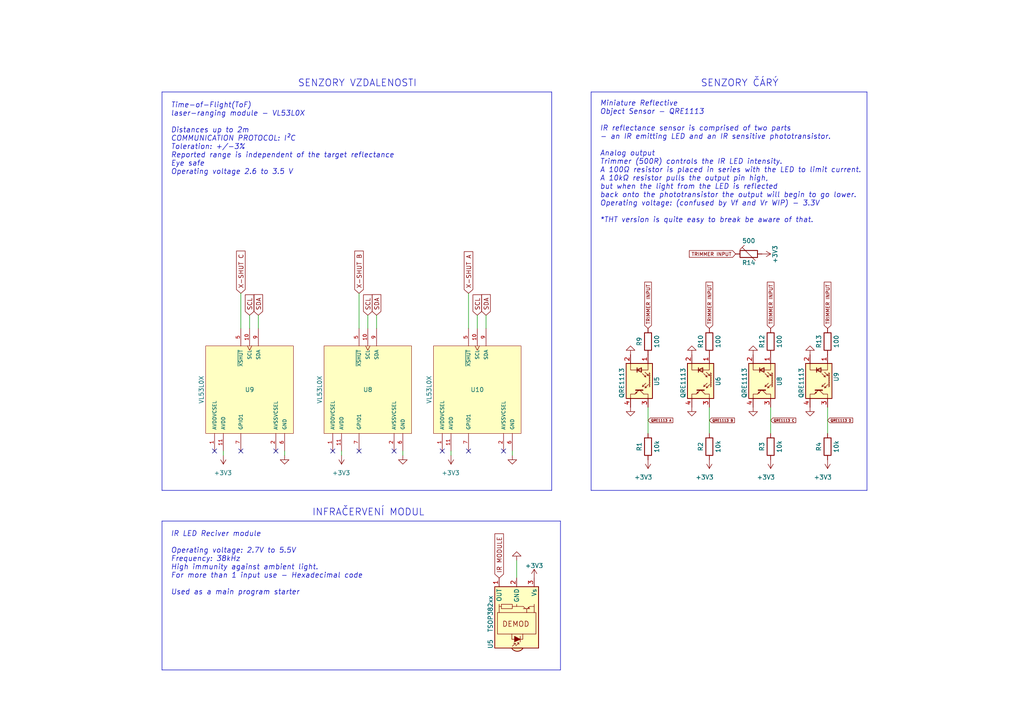
<source format=kicad_sch>
(kicad_sch (version 20230121) (generator eeschema)
  (paper "A4")
  (lib_symbols
    (symbol "+3V3_1" (power) (pin_names (offset 0))
      (property "Value" "+3V3_1" (at 0 3.556 0))
      (symbol "+3V3_1_0_1"
        (polyline (pts (xy -0.762 1.27) (xy 0 2.54)))
        (polyline (pts (xy 0 0) (xy 0 2.54)))
        (polyline (pts (xy 0 2.54) (xy 0.762 1.27)))
      )
      (symbol "+3V3_1_1_1"
        (pin power_in line (at 0 0 90) (length 0) hide (name "+3V3") (number "1"))
      )
    )
    (symbol "Device:R" (pin_numbers hide) (pin_names (offset 0))
      (property "Reference" "R" (at 2.032 0 90))
      (property "Value" "R" (at 0 0 90))
      (symbol "R_0_1"
        (rectangle (start -1.016 -2.54) (end 1.016 2.54) (stroke (width 0.254)))
      )
      (symbol "R_1_1"
        (pin passive line (at 0 3.81 270) (length 1.27) (name "~") (number "1"))
        (pin passive line (at 0 -3.81 90) (length 1.27) (name "~") (number "2"))
      )
    )
    (symbol "Device:R_Trim" (pin_numbers hide) (pin_names (offset 0))
      (property "Reference" "R" (at 2.54 -2.54 90))
      (property "Value" "R_Trim" (at -2.54 -0.635 90))
      (symbol "R_Trim_0_1"
        (rectangle (start -1.016 -2.54) (end 1.016 2.54) (stroke (width 0.254)))
        (polyline (pts (xy -1.905 -1.905) (xy 1.905 1.905) (xy 2.54 1.27) (xy 1.27 2.54)))
      )
      (symbol "R_Trim_1_1"
        (pin passive line (at 0 3.81 270) (length 1.27) (name "~") (number "1"))
        (pin passive line (at 0 -3.81 90) (length 1.27) (name "~") (number "2"))
      )
    )
    (symbol "GND_1" (power) (pin_names (offset 0))
      (property "Value" "GND_1" (at 0 -3.81 0))
      (symbol "GND_1_0_1"
        (polyline (pts (xy 0 0) (xy 0 -1.27) (xy 1.27 -1.27) (xy 0 -2.54) (xy -1.27 -1.27) (xy 0 -1.27)))
      )
      (symbol "GND_1_1_1"
        (pin power_in line (at 0 0 270) (length 0) hide (name "GND") (number "1"))
      )
    )
    (symbol "Interface_Optical:TSOP382xx"
      (property "Reference" "U5" (at -7.62 7.62 0))
      (property "Value" "TSOP382xx" (at 5.08 7.62 0))
      (symbol "TSOP382xx_0_0"
        (arc (start -10.287 1.397) (mid -11.0899 -0.1852) (end -10.287 -1.778) (stroke (width 0.254)) (fill (type background)))
        (polyline (pts (xy 1.905 -5.08) (xy 0.127 -5.08)))
        (polyline (pts (xy 1.905 5.08) (xy 0.127 5.08)))
        (text "DEMOD" (at -3.175 0.254 900) (effects (font (size 1.524 1.524))))
      )
      (symbol "TSOP382xx_0_1"
        (rectangle (start -6.096 5.588) (end 0.127 -5.588))
        (polyline (pts (xy -8.763 0.381) (xy -9.652 1.27)))
        (polyline (pts (xy -8.763 0.381) (xy -9.271 0.381)))
        (polyline (pts (xy -8.763 0.381) (xy -8.763 0.889)))
        (polyline (pts (xy -8.636 -0.635) (xy -9.525 0.254)))
        (polyline (pts (xy -8.636 -0.635) (xy -9.144 -0.635)))
        (polyline (pts (xy -8.636 -0.635) (xy -8.636 -0.127)))
        (polyline (pts (xy -8.382 -1.016) (xy -6.731 -1.016)))
        (polyline (pts (xy 1.27 -2.921) (xy 0.127 -2.921)))
        (polyline (pts (xy 1.27 -1.905) (xy 1.27 -3.81)))
        (polyline (pts (xy 1.397 -3.556) (xy 1.524 -3.556)))
        (polyline (pts (xy 1.651 -3.556) (xy 1.524 -3.556)))
        (polyline (pts (xy 1.651 -3.556) (xy 1.651 -3.302)))
        (polyline (pts (xy 1.905 0) (xy 1.905 1.27)))
        (polyline (pts (xy 1.905 4.445) (xy 1.905 5.08) (xy 2.54 5.08)))
        (polyline (pts (xy -8.382 0.635) (xy -6.731 0.635) (xy -7.62 -1.016) (xy -8.382 0.635)) (fill (type outline)))
        (polyline (pts (xy -6.096 1.397) (xy -7.62 1.397) (xy -7.62 -1.778) (xy -6.096 -1.778)))
        (polyline (pts (xy 1.27 -3.175) (xy 1.905 -3.81) (xy 1.905 -5.08) (xy 2.54 -5.08)))
        (polyline (pts (xy 1.27 -2.54) (xy 1.905 -1.905) (xy 1.905 0) (xy 2.54 0)))
        (rectangle (start 2.54 1.27) (end 1.27 4.445))
        (rectangle (start 7.62 6.35) (end -10.16 -6.35) (stroke (width 0.254)) (fill (type background)))
      )
      (symbol "TSOP382xx_1_1"
        (pin output line (at 10.16 5.08 180) (length 2.54) (name "OUT") (number "1"))
        (pin power_in line (at 10.16 0 180) (length 2.54) (name "GND") (number "2"))
        (pin power_in line (at 10.16 -5.08 180) (length 2.54) (name "Vs") (number "3"))
      )
    )
    (symbol "Sensor_Proximity:QRE1113" (pin_names (offset 0.0254) hide)
      (property "Reference" "U" (at -3.81 5.08 0))
      (property "Value" "QRE1113" (at 8.89 5.08 0))
      (symbol "QRE1113_0_1"
        (polyline (pts (xy -3.81 -0.635) (xy -2.54 -0.635)) (stroke (width 0.254)))
        (polyline (pts (xy -2.286 2.921) (xy -2.032 3.175)))
        (polyline (pts (xy -1.778 2.921) (xy -1.524 3.175)))
        (polyline (pts (xy -1.524 2.667) (xy -1.651 2.159)))
        (polyline (pts (xy -1.27 2.921) (xy -1.016 3.175)))
        (polyline (pts (xy -1.143 1.905) (xy -1.27 1.397)))
        (polyline (pts (xy -0.762 2.921) (xy -0.508 3.175)))
        (polyline (pts (xy -0.254 2.921) (xy 0 3.175)))
        (polyline (pts (xy 0.254 2.921) (xy 0.508 3.175)))
        (polyline (pts (xy 0.762 2.921) (xy 1.016 3.175)))
        (polyline (pts (xy 1.27 2.921) (xy 1.524 3.175)))
        (polyline (pts (xy 1.651 0.889) (xy 1.143 1.016)))
        (polyline (pts (xy 1.778 2.921) (xy -2.413 2.921)))
        (polyline (pts (xy 2.032 1.651) (xy 1.524 1.778)))
        (polyline (pts (xy 2.667 -0.127) (xy 3.81 -1.27)))
        (polyline (pts (xy 2.667 0.127) (xy 3.81 1.27)))
        (polyline (pts (xy -2.54 1.651) (xy -1.524 2.667) (xy -2.032 2.54)))
        (polyline (pts (xy -2.159 0.889) (xy -1.143 1.905) (xy -1.651 1.778)))
        (polyline (pts (xy 0.635 1.905) (xy 1.651 0.889) (xy 1.524 1.397)))
        (polyline (pts (xy 1.016 2.667) (xy 2.032 1.651) (xy 1.905 2.159)))
        (polyline (pts (xy 2.667 1.016) (xy 2.667 -1.016) (xy 2.667 -1.016)) (stroke (width 0.3556)))
        (polyline (pts (xy 3.81 -1.27) (xy 3.81 -2.54) (xy 5.08 -2.54)))
        (polyline (pts (xy 3.81 1.27) (xy 3.81 2.54) (xy 5.08 2.54)))
        (polyline (pts (xy -5.08 -2.54) (xy -3.175 -2.54) (xy -3.175 2.54) (xy -5.08 2.54)))
        (polyline (pts (xy -3.175 -0.635) (xy -3.81 0.635) (xy -2.54 0.635) (xy -3.175 -0.635)) (stroke (width 0.254)))
        (polyline (pts (xy 3.683 -1.143) (xy 3.429 -0.635) (xy 3.175 -0.889) (xy 3.683 -1.143)))
        (polyline (pts (xy -5.08 -3.81) (xy 5.08 -3.81) (xy 5.08 3.81) (xy -5.08 3.81) (xy -5.08 -3.81)) (stroke (width 0.254)) (fill (type background)))
      )
      (symbol "QRE1113_1_1"
        (pin passive line (at -7.62 2.54 0) (length 2.54) (name "A") (number "1"))
        (pin passive line (at -7.62 -2.54 0) (length 2.54) (name "K") (number "2"))
        (pin open_collector line (at 7.62 2.54 180) (length 2.54) (name "~") (number "3"))
        (pin open_emitter line (at 7.62 -2.54 180) (length 2.54) (name "~") (number "4"))
      )
    )
    (symbol "VL53L0X_1" (pin_names (offset 1.016))
      (property "Reference" "U10" (at 13.97 0 0))
      (property "Value" "VL53L0X" (at 16.51 0 0))
      (symbol "VL53L0X_1_0_0"
        (rectangle (start -12.7 12.7) (end 12.7 -12.7) (stroke (width 0.127)) (fill (type background)))
        (pin power_in line (at 17.78 10.16 180) (length 5.08) (name "AVDDVCSEL") (number "1"))
        (pin input clock (at -17.78 0 0) (length 5.08) (name "SCL") (number "10"))
        (pin power_in line (at 17.78 7.62 180) (length 5.08) (name "AVDD") (number "11"))
        (pin power_in line (at 17.78 -7.62 180) (length 5.08) (name "AVSSVCSEL") (number "2"))
        (pin input line (at -17.78 2.54 0) (length 5.08) (name "~{XSHUT}") (number "5"))
        (pin power_in line (at 17.78 -10.16 180) (length 5.08) (name "GND") (number "6"))
        (pin output line (at 17.78 2.54 180) (length 5.08) (name "GPIO1") (number "7"))
        (pin bidirectional line (at -17.78 -2.54 0) (length 5.08) (name "SDA") (number "9"))
      )
    )
    (symbol "power:+3V3" (power) (pin_names (offset 0))
      (property "Value" "+3V3" (at 0 3.556 0))
      (symbol "+3V3_0_1"
        (polyline (pts (xy -0.762 1.27) (xy 0 2.54)))
        (polyline (pts (xy 0 0) (xy 0 2.54)))
        (polyline (pts (xy 0 2.54) (xy 0.762 1.27)))
      )
      (symbol "+3V3_1_1"
        (pin power_in line (at 0 0 90) (length 0) hide (name "+3V3") (number "1"))
      )
    )
    (symbol "power:GND" (power) (pin_names (offset 0))
      (property "Value" "GND" (at 0 -3.81 0))
      (symbol "GND_0_1"
        (polyline (pts (xy 0 0) (xy 0 -1.27) (xy 1.27 -1.27) (xy 0 -2.54) (xy -1.27 -1.27) (xy 0 -1.27)))
      )
      (symbol "GND_1_1"
        (pin power_in line (at 0 0 270) (length 0) hide (name "GND") (number "1"))
      )
    )
  )
  (no_connect (at 62.23 130.81))
  (no_connect (at 128.27 130.81))
  (no_connect (at 114.3 130.81))
  (no_connect (at 80.01 130.81))
  (no_connect (at 135.89 130.81))
  (no_connect (at 146.05 130.81))
  (no_connect (at 96.52 130.81))
  (no_connect (at 69.85 130.81))
  (no_connect (at 104.14 130.81))
  (wire (pts (xy 187.96 118.11) (xy 187.96 125.73)))
  (wire (pts (xy 104.14 85.09) (xy 104.14 95.25)))
  (polyline (pts (xy 162.56 194.31) (xy 46.99 194.31)))
  (wire (pts (xy 106.68 91.44) (xy 106.68 95.25)))
  (polyline (pts (xy 46.99 26.67) (xy 160.02 26.67)))
  (polyline (pts (xy 251.46 26.67) (xy 251.46 142.24)))
  (wire (pts (xy 99.06 130.81) (xy 99.06 132.08)))
  (polyline (pts (xy 160.02 26.67) (xy 160.02 142.24)))
  (wire (pts (xy 69.85 85.09) (xy 69.85 95.25)))
  (wire (pts (xy 116.84 130.81) (xy 116.84 132.08)))
  (wire (pts (xy 109.22 91.44) (xy 109.22 95.25)))
  (wire (pts (xy 138.43 91.44) (xy 138.43 95.25)))
  (wire (pts (xy 72.39 91.44) (xy 72.39 95.25)))
  (polyline (pts (xy 162.56 194.31) (xy 162.56 151.13)))
  (polyline (pts (xy 46.99 151.13) (xy 162.56 151.13)))
  (wire (pts (xy 223.52 118.11) (xy 223.52 125.73)))
  (polyline (pts (xy 171.45 26.67) (xy 251.46 26.67)))
  (wire (pts (xy 240.03 118.11) (xy 240.03 125.73)))
  (wire (pts (xy 205.74 118.11) (xy 205.74 125.73)))
  (wire (pts (xy 148.59 130.81) (xy 148.59 132.08)))
  (wire (pts (xy 64.77 130.81) (xy 64.77 132.08)))
  (wire (pts (xy 135.89 85.09) (xy 135.89 95.25)))
  (polyline (pts (xy 171.45 142.24) (xy 251.46 142.24)))
  (polyline (pts (xy 46.99 142.24) (xy 46.99 26.67)))
  (wire (pts (xy 74.93 91.44) (xy 74.93 95.25)))
  (polyline (pts (xy 171.45 26.67) (xy 171.45 142.24)))
  (wire (pts (xy 149.86 167.64) (xy 149.86 162.56)))
  (polyline (pts (xy 46.99 194.31) (xy 46.99 151.13)))
  (wire (pts (xy 130.81 130.81) (xy 130.81 132.08)))
  (polyline (pts (xy 46.99 142.24) (xy 160.02 142.24)))
  (wire (pts (xy 140.97 91.44) (xy 140.97 95.25)))
  (wire (pts (xy 82.55 130.81) (xy 82.55 132.08)))
  (text "INFRAČERVENÍ MODUL" (at 123.19 149.86 0) (effects (font (size 2 2)) (justify right bottom)))
  (text "Time-of-Flight(ToF)\nlaser-ranging module - VL53L0X \n\nDistances up to 2m\nCOMMUNICATION PROTOCOL: I²C \nToleration: +/-3%\nReported range is independent of the target reflectance\nEye safe\nOperating voltage 2.6 to 3.5 V" (at 49.53 50.8 0) (effects (font (size 1.5 1.5) italic) (justify left bottom)))
  (text "IR LED Reciver module\n\nOperating voltage: 2.7V to 5.5V\nFrequency: 38kHz \nHigh immunity against ambient light. \nFor more than 1 input use - Hexadecimal code\n\nUsed as a main program starter\n" (at 49.53 172.72 0) (effects (font (size 1.5 1.5) italic) (justify left bottom)))
  (text "SENZORY VZDALENOSTI" (at 86.36 25.4 0) (effects (font (size 2 2)) (justify left bottom)))
  (text "Miniature Reflective\nObject Sensor - QRE1113\n\nIR reflectance sensor is comprised of two parts \n- an IR emitting LED and an IR sensitive phototransistor.\n\nAnalog output\nTrimmer (500R) controls the IR LED intensity.\nA 100Ω resistor is placed in series with the LED to limit current.\nA 10kΩ resistor pulls the output pin high, \nbut when the light from the LED is reflected \nback onto the phototransistor the output will begin to go lower.\nOperating voltage: (confused by Vf and Vr WIP) - 3.3V\n\n*THT version is quite easy to break be aware of that." (at 173.99 64.77 0) (effects (font (size 1.5 1.5) italic) (justify left bottom)))
  (text "SENZORY ČÁRÝ\n" (at 203.2 25.4 0) (effects (font (size 2 2)) (justify left bottom)))
  (global_label "SCL" (shape input) (at 138.43 91.44 90) (property "Intersheetrefs" "${INTERSHEET_REFS}" (effects hide)))
  (global_label "X-SHUT A" (shape input) (at 135.89 85.09 90) (property "Intersheetrefs" "${INTERSHEET_REFS}" (effects hide)))
  (global_label "TRIMMER INPUT" (shape input) (at 187.96 95.25 90) (effects (font (size 1 1))) (property "Intersheetrefs" "${INTERSHEET_REFS}" (effects hide)))
  (global_label "QRE1113 B" (shape input) (at 205.74 121.92 0) (effects (font (size 0.7 0.7))) (property "Intersheetrefs" "${INTERSHEET_REFS}" (effects hide)))
  (global_label "IR MODULE" (shape input) (at 144.78 167.64 90) (property "Intersheetrefs" "${INTERSHEET_REFS}" (effects hide)))
  (global_label "SCL" (shape input) (at 72.39 91.44 90) (property "Intersheetrefs" "${INTERSHEET_REFS}" (effects hide)))
  (global_label "TRIMMER INPUT" (shape input) (at 240.03 95.25 90) (effects (font (size 1 1))) (property "Intersheetrefs" "${INTERSHEET_REFS}" (effects hide)))
  (global_label "QRE1113 D" (shape input) (at 240.03 121.92 0) (effects (font (size 0.7 0.7))) (property "Intersheetrefs" "${INTERSHEET_REFS}" (effects hide)))
  (global_label "SCL" (shape input) (at 106.68 91.44 90) (property "Intersheetrefs" "${INTERSHEET_REFS}" (effects hide)))
  (global_label "SDA" (shape input) (at 109.22 91.44 90) (property "Intersheetrefs" "${INTERSHEET_REFS}" (effects hide)))
  (global_label "X-SHUT B" (shape input) (at 104.14 85.09 90) (property "Intersheetrefs" "${INTERSHEET_REFS}" (effects hide)))
  (global_label "TRIMMER INPUT" (shape input) (at 213.36 73.66 180) (effects (font (size 1 1))) (property "Intersheetrefs" "${INTERSHEET_REFS}" (effects hide)))
  (global_label "TRIMMER INPUT" (shape input) (at 223.52 95.25 90) (effects (font (size 1 1))) (property "Intersheetrefs" "${INTERSHEET_REFS}" (effects hide)))
  (global_label "QRE1113 A" (shape input) (at 187.96 121.92 0) (effects (font (size 0.7 0.7))) (property "Intersheetrefs" "${INTERSHEET_REFS}" (effects hide)))
  (global_label "TRIMMER INPUT" (shape input) (at 205.74 95.25 90) (effects (font (size 1 1))) (property "Intersheetrefs" "${INTERSHEET_REFS}" (effects hide)))
  (global_label "X-SHUT C" (shape input) (at 69.85 85.09 90) (property "Intersheetrefs" "${INTERSHEET_REFS}" (effects hide)))
  (global_label "SDA" (shape input) (at 74.93 91.44 90) (property "Intersheetrefs" "${INTERSHEET_REFS}" (effects hide)))
  (global_label "QRE1113 C" (shape input) (at 223.52 121.92 0) (effects (font (size 0.7 0.7))) (property "Intersheetrefs" "${INTERSHEET_REFS}" (effects hide)))
  (global_label "SDA" (shape input) (at 140.97 91.44 90) (property "Intersheetrefs" "${INTERSHEET_REFS}" (effects hide)))
  (symbol (lib_id "power:+3V3") (at 99.06 132.08 180) (unit 1)
    (property "Reference" "#PWR0143" (effects hide))
    (property "Value" "+3V3" (at 101.6 137.16 0) (effects (justify left)))
    (instances (project "sumec" (path "" (reference "#PWR0143") (unit 1)) (path "" (reference "#PWR03") (unit 1))))
  )
  (symbol (lib_id "Device:R") (at 187.96 99.06 180) (unit 1)
    (property "Reference" "R9" (at 185.42 99.06 90))
    (property "Value" "100" (at 190.5 99.06 90))
    (property "Footprint" "Resistor_THT:R_Axial_DIN0207_L6.3mm_D2.5mm_P10.16mm_Horizontal" (effects hide))
    (instances (project "sumec" (path "" (reference "R9") (unit 1)) (path "" (reference "R1") (unit 1))))
  )
  (symbol (lib_name "GND_1") (lib_id "power:GND") (at 200.66 118.11 0) (unit 1)
    (property "Reference" "#PWR019" (effects hide))
    (property "Value" "GND" (effects hide))
    (instances (project "sumec" (path "" (reference "#PWR014") (unit 1))))
  )
  (symbol (lib_id "power:+3V3") (at 205.74 133.35 180) (unit 1)
    (property "Reference" "#PWR014" (effects hide))
    (property "Value" "+3V3" (at 207.01 138.43 0) (effects (justify left)))
    (instances (project "sumec" (path "" (reference "#PWR014") (unit 1)) (path "" (reference "#PWR018") (unit 1))))
  )
  (symbol (lib_id "Device:R") (at 240.03 129.54 180) (unit 1)
    (property "Reference" "R4" (at 237.49 129.54 90))
    (property "Value" "10k" (at 242.57 129.54 90))
    (property "Footprint" "Resistor_THT:R_Axial_DIN0207_L6.3mm_D2.5mm_P10.16mm_Horizontal" (effects hide))
    (instances (project "sumec" (path "" (reference "R4") (unit 1)) (path "" (reference "R9") (unit 1))))
  )
  (symbol (lib_name "VL53L0X_1") (lib_id "VL53L0X:VL53L0X") (at 106.68 113.03 90) (mirror x) (unit 1)
    (property "Reference" "U8" (at 106.68 113.03 90))
    (property "Value" "VL53L0X" (at 92.71 113.03 0))
    (property "Footprint" "SENSOR_VL53L0X" (effects hide))
    (property "PART_REV" "1.0" (effects hide))
    (property "STANDARD" "Manufacturer Recommendation" (effects hide))
    (property "MANUFACTURER" "ST Microelectronics" (effects hide))
    (instances (project "sumec" (path "" (reference "U8") (unit 1)) (path "" (reference "U2") (unit 1))))
  )
  (symbol (lib_id "Sensor_Proximity:QRE1113") (at 203.2 110.49 270) (unit 1)
    (property "Reference" "U6" (at 208.28 109.22 0) (effects (justify left)))
    (property "Value" "QRE1113" (at 198.12 106.68 0) (effects (justify left)))
    (property "Footprint" "OptoDevice:OnSemi_CASE100AQ" (effects hide))
    (property "Datasheet" "http://www.onsemi.com/pub/Collateral/QRE1113-D.PDF" (effects hide))
  )
  (symbol (lib_id "Device:R") (at 240.03 99.06 180) (unit 1)
    (property "Reference" "R13" (at 237.49 99.06 90))
    (property "Value" "100" (at 242.57 99.06 90))
    (property "Footprint" "Resistor_THT:R_Axial_DIN0207_L6.3mm_D2.5mm_P10.16mm_Horizontal" (effects hide))
    (instances (project "sumec" (path "" (reference "R13") (unit 1)) (path "" (reference "R8") (unit 1))))
  )
  (symbol (lib_id "Interface_Optical:TSOP382xx") (at 149.86 177.8 90) (unit 1)
    (property "Reference" "U5" (at 142.24 185.42 0) (effects (justify right)))
    (property "Value" "TSOP382xx" (at 142.24 172.72 0) (effects (justify right)))
    (property "Footprint" "OptoDevice:Vishay_MINICAST-3Pin" (effects hide))
    (property "Datasheet" "http://www.vishay.com/docs/82491/tsop382.pdf" (effects hide))
    (instances (project "sumec" (path "" (reference "U5") (unit 1)) (path "" (reference "U4") (unit 1))))
  )
  (symbol (lib_id "Device:R") (at 187.96 129.54 180) (unit 1)
    (property "Reference" "R1" (at 185.42 129.54 90))
    (property "Value" "10k" (at 190.5 129.54 90))
    (property "Footprint" "Resistor_THT:R_Axial_DIN0207_L6.3mm_D2.5mm_P10.16mm_Horizontal" (effects hide))
    (instances (project "sumec" (path "" (reference "R1") (unit 1)) (path "" (reference "R2") (unit 1))))
  )
  (symbol (lib_name "GND_1") (lib_id "power:GND") (at 182.88 102.87 180) (unit 1)
    (property "Reference" "#PWR08" (effects hide))
    (property "Value" "GND" (effects hide))
    (instances (project "sumec" (path "" (reference "#PWR09") (unit 1))))
  )
  (symbol (lib_id "Sensor_Proximity:QRE1113") (at 237.49 110.49 270) (unit 1)
    (property "Reference" "U10" (at 242.57 107.95 0) (effects (justify left)))
    (property "Value" "QRE1113" (at 232.41 106.68 0) (effects (justify left)))
    (property "Footprint" "OptoDevice:OnSemi_CASE100AQ" (effects hide))
    (property "Datasheet" "http://www.onsemi.com/pub/Collateral/QRE1113-D.PDF" (effects hide))
    (instances (project "sumec" (path "" (reference "U9") (unit 1))))
  )
  (symbol (lib_name "GND_1") (lib_id "power:GND") (at 200.66 102.87 180) (unit 1)
    (property "Reference" "#PWR011" (effects hide))
    (property "Value" "GND" (effects hide))
    (instances (project "sumec" (path "" (reference "#PWR013") (unit 1))))
  )
  (symbol (lib_name "GND_1") (lib_id "power:GND") (at 182.88 118.11 0) (unit 1)
    (property "Reference" "#PWR07" (effects hide))
    (property "Value" "GND" (effects hide))
    (instances (project "sumec" (path "" (reference "#PWR011") (unit 1))))
  )
  (symbol (lib_id "power:+3V3") (at 64.77 132.08 180) (unit 1)
    (property "Reference" "#PWR0143" (effects hide))
    (property "Value" "+3V3" (at 67.31 137.16 0) (effects (justify left)))
    (instances (project "sumec" (path "" (reference "#PWR0143") (unit 1)) (path "" (reference "#PWR01") (unit 1))))
  )
  (symbol (lib_name "GND_1") (lib_id "power:GND") (at 234.95 102.87 180) (unit 1)
    (property "Reference" "#PWR018" (effects hide))
    (property "Value" "GND" (effects hide))
    (instances (project "sumec" (path "" (reference "#PWR023") (unit 1))))
  )
  (symbol (lib_id "Device:R") (at 205.74 99.06 180) (unit 1)
    (property "Reference" "R10" (at 203.2 99.06 90))
    (property "Value" "100" (at 208.28 99.06 90))
    (property "Footprint" "Resistor_THT:R_Axial_DIN0207_L6.3mm_D2.5mm_P10.16mm_Horizontal" (effects hide))
    (instances (project "sumec" (path "" (reference "R10") (unit 1)) (path "" (reference "R3") (unit 1))))
  )
  (symbol (lib_id "power:GND") (at 149.86 162.56 180) (unit 1)
    (property "Reference" "#PWR0132" (effects hide))
    (property "Value" "GND" (effects hide))
    (instances (project "sumec" (path "" (reference "#PWR0132") (unit 1)) (path "" (reference "#PWR07") (unit 1))))
  )
  (symbol (lib_id "Sensor_Proximity:QRE1113") (at 185.42 110.49 270) (unit 1)
    (property "Reference" "U8" (at 190.5 109.22 0) (effects (justify left)))
    (property "Value" "QRE1113" (at 180.34 106.68 0) (effects (justify left)))
    (property "Footprint" "OptoDevice:OnSemi_CASE100AQ" (effects hide))
    (property "Datasheet" "http://www.onsemi.com/pub/Collateral/QRE1113-D.PDF" (effects hide))
    (instances (project "sumec" (path "" (reference "U5") (unit 1))))
  )
  (symbol (lib_id "Sensor_Proximity:QRE1113") (at 220.98 110.49 270) (unit 1)
    (property "Reference" "U9" (at 226.06 109.22 0) (effects (justify left)))
    (property "Value" "QRE1113" (at 215.9 106.68 0) (effects (justify left)))
    (property "Footprint" "OptoDevice:OnSemi_CASE100AQ" (effects hide))
    (property "Datasheet" "http://www.onsemi.com/pub/Collateral/QRE1113-D.PDF" (effects hide))
    (instances (project "sumec" (path "" (reference "U8") (unit 1))))
  )
  (symbol (lib_id "power:GND") (at 116.84 132.08 0) (unit 1)
    (property "Reference" "#PWR0116" (effects hide))
    (property "Value" "GND" (effects hide))
    (instances (project "sumec" (path "" (reference "#PWR0116") (unit 1)) (path "" (reference "#PWR04") (unit 1))))
  )
  (symbol (lib_name "+3V3_1") (lib_id "power:+3V3") (at 154.94 167.64 0) (unit 1)
    (property "Reference" "#PWR0120" (effects hide))
    (property "Value" "+3V3" (at 154.94 164.084 0))
    (instances (project "sumec" (path "" (reference "#PWR0120") (unit 1)) (path "" (reference "#PWR08") (unit 1))))
  )
  (symbol (lib_id "power:+3V3") (at 223.52 133.35 180) (unit 1)
    (property "Reference" "#PWR014" (effects hide))
    (property "Value" "+3V3" (at 224.79 138.43 0) (effects (justify left)))
    (instances (project "sumec" (path "" (reference "#PWR014") (unit 1)) (path "" (reference "#PWR022") (unit 1))))
  )
  (symbol (lib_id "power:+3V3") (at 130.81 132.08 180) (unit 1)
    (property "Reference" "#PWR0143" (effects hide))
    (property "Value" "+3V3" (at 133.35 137.16 0) (effects (justify left)))
    (instances (project "sumec" (path "" (reference "#PWR0143") (unit 1)) (path "" (reference "#PWR05") (unit 1))))
  )
  (symbol (lib_name "VL53L0X_1") (lib_id "VL53L0X:VL53L0X") (at 72.39 113.03 90) (mirror x) (unit 1)
    (property "Reference" "U9" (at 72.39 113.03 90))
    (property "Value" "VL53L0X" (at 58.42 113.03 0))
    (property "Footprint" "SENSOR_VL53L0X" (effects hide))
    (property "PART_REV" "1.0" (effects hide))
    (property "STANDARD" "Manufacturer Recommendation" (effects hide))
    (property "MANUFACTURER" "ST Microelectronics" (effects hide))
    (instances (project "sumec" (path "" (reference "U9") (unit 1)) (path "" (reference "U1") (unit 1))))
  )
  (symbol (lib_name "GND_1") (lib_id "power:GND") (at 218.44 102.87 180) (unit 1)
    (property "Reference" "#PWR014" (effects hide))
    (property "Value" "GND" (effects hide))
    (instances (project "sumec" (path "" (reference "#PWR019") (unit 1))))
  )
  (symbol (lib_id "power:+3V3") (at 187.96 133.35 180) (unit 1)
    (property "Reference" "#PWR014" (effects hide))
    (property "Value" "+3V3" (at 189.23 138.43 0) (effects (justify left)))
    (instances (project "sumec" (path "" (reference "#PWR014") (unit 1)) (path "" (reference "#PWR012") (unit 1))))
  )
  (symbol (lib_id "power:GND") (at 148.59 132.08 0) (unit 1)
    (property "Reference" "#PWR0113" (effects hide))
    (property "Value" "GND" (effects hide))
    (instances (project "sumec" (path "" (reference "#PWR0113") (unit 1)) (path "" (reference "#PWR06") (unit 1))))
  )
  (symbol (lib_id "power:+3V3") (at 240.03 133.35 180) (unit 1)
    (property "Reference" "#PWR014" (effects hide))
    (property "Value" "+3V3" (at 241.3 138.43 0) (effects (justify left)))
    (instances (project "sumec" (path "" (reference "#PWR014") (unit 1)) (path "" (reference "#PWR025") (unit 1))))
  )
  (symbol (lib_id "power:GND") (at 82.55 132.08 0) (unit 1)
    (property "Reference" "#PWR0117" (effects hide))
    (property "Value" "GND" (effects hide))
    (instances (project "sumec" (path "" (reference "#PWR0117") (unit 1)) (path "" (reference "#PWR02") (unit 1))))
  )
  (symbol (lib_id "Device:R_Trim") (at 217.17 73.66 90) (unit 1)
    (property "Reference" "R14" (at 217.17 76.2 90))
    (property "Value" "500" (at 217.17 69.85 90))
    (property "Footprint" "Potentiometer_THT:Potentiometer_ACP_CA9-V10_Vertical" (effects hide))
    (instances (project "sumec" (path "" (reference "R14") (unit 1)) (path "" (reference "R5") (unit 1))))
  )
  (symbol (lib_name "GND_1") (lib_id "power:GND") (at 218.44 118.11 0) (unit 1)
    (property "Reference" "#PWR020" (effects hide))
    (property "Value" "GND" (effects hide))
  )
  (symbol (lib_id "power:+3V3") (at 220.98 73.66 270) (unit 1)
    (property "Reference" "#PWR014" (effects hide))
    (property "Value" "+3V3" (at 224.79 71.12 0) (effects (justify left)))
    (instances (project "sumec" (path "" (reference "#PWR014") (unit 1)) (path "" (reference "#PWR021") (unit 1))))
  )
  (symbol (lib_id "Device:R") (at 223.52 129.54 180) (unit 1)
    (property "Reference" "R3" (at 220.98 129.54 90))
    (property "Value" "10k" (at 226.06 129.54 90))
    (property "Footprint" "Resistor_THT:R_Axial_DIN0207_L6.3mm_D2.5mm_P10.16mm_Horizontal" (effects hide))
    (instances (project "sumec" (path "" (reference "R3") (unit 1)) (path "" (reference "R7") (unit 1))))
  )
  (symbol (lib_name "GND_1") (lib_id "power:GND") (at 234.95 118.11 0) (unit 1)
    (property "Reference" "#PWR021" (effects hide))
    (property "Value" "GND" (effects hide))
    (instances (project "sumec" (path "" (reference "#PWR024") (unit 1))))
  )
  (symbol (lib_id "Device:R") (at 205.74 129.54 180) (unit 1)
    (property "Reference" "R2" (at 203.2 129.54 90))
    (property "Value" "10k" (at 208.28 129.54 90))
    (property "Footprint" "Resistor_THT:R_Axial_DIN0207_L6.3mm_D2.5mm_P10.16mm_Horizontal" (effects hide))
    (instances (project "sumec" (path "" (reference "R2") (unit 1)) (path "" (reference "R4") (unit 1))))
  )
  (symbol (lib_id "Device:R") (at 223.52 99.06 180) (unit 1)
    (property "Reference" "R12" (at 220.98 99.06 90))
    (property "Value" "100" (at 226.06 99.06 90))
    (property "Footprint" "Resistor_THT:R_Axial_DIN0207_L6.3mm_D2.5mm_P10.16mm_Horizontal" (effects hide))
    (instances (project "sumec" (path "" (reference "R12") (unit 1)) (path "" (reference "R6") (unit 1))))
  )
  (symbol (lib_name "VL53L0X_1") (lib_id "VL53L0X:VL53L0X") (at 138.43 113.03 90) (mirror x) (unit 1)
    (property "Reference" "U10" (at 138.43 113.03 90))
    (property "Value" "VL53L0X" (at 124.46 113.03 0))
    (property "Footprint" "SENSOR_VL53L0X" (effects hide))
    (property "PART_REV" "1.0" (effects hide))
    (property "STANDARD" "Manufacturer Recommendation" (effects hide))
    (property "MANUFACTURER" "ST Microelectronics" (effects hide))
    (instances (project "sumec" (path "" (reference "U10") (unit 1)) (path "" (reference "U3") (unit 1))))
  )
)
</source>
